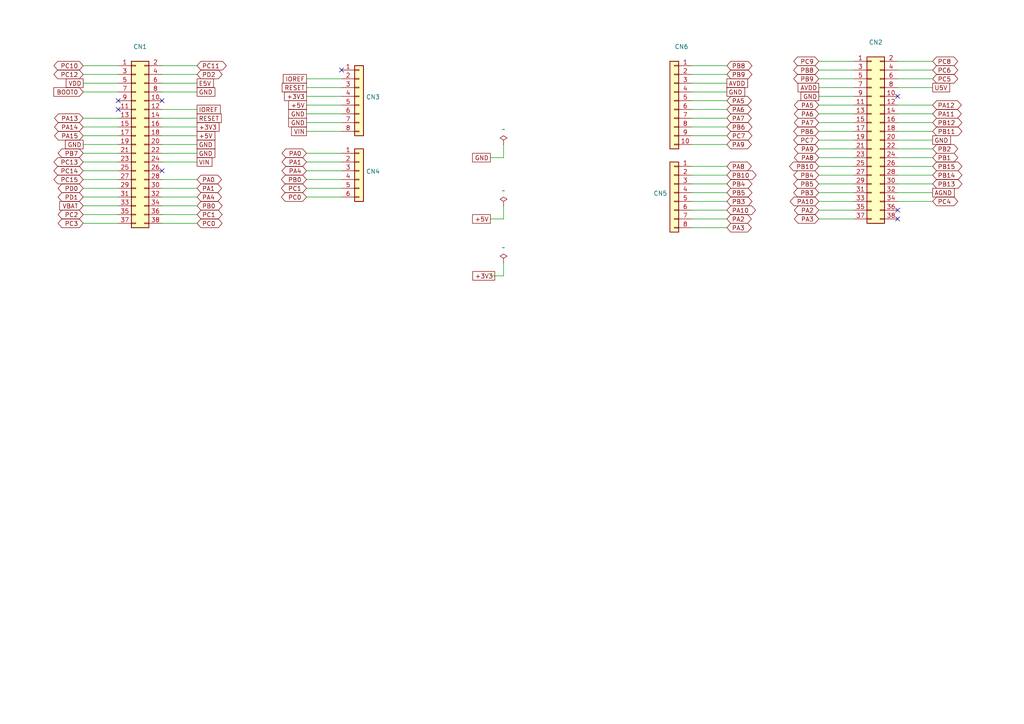
<source format=kicad_sch>
(kicad_sch (version 20211123) (generator eeschema)
  (paper "A4")
  (title_block (date "2020-11-25"))
  (lib_symbols
    (symbol "Connector_Generic:Conn_01x06" (pin_names (offset 1.016) hide)
      (property "Reference" "J" (at 0 7.62 0))
      (property "Value" "Conn_01x06" (at 0 -10.16 0))
      (symbol "Conn_01x06_1_1"
        (rectangle (start -1.27 -7.493) (end 0 -7.747) (stroke (width 0.1524)))
        (rectangle (start -1.27 -4.953) (end 0 -5.207) (stroke (width 0.1524)))
        (rectangle (start -1.27 -2.413) (end 0 -2.667) (stroke (width 0.1524)))
        (rectangle (start -1.27 0.127) (end 0 -0.127) (stroke (width 0.1524)))
        (rectangle (start -1.27 2.667) (end 0 2.413) (stroke (width 0.1524)))
        (rectangle (start -1.27 5.207) (end 0 4.953) (stroke (width 0.1524)))
        (rectangle (start -1.27 6.35) (end 1.27 -8.89) (stroke (width 0.254)) (fill (type background)))
        (pin passive line (at -5.08 5.08 0) (length 3.81) (name "Pin_1") (number "1"))
        (pin passive line (at -5.08 2.54 0) (length 3.81) (name "Pin_2") (number "2"))
        (pin passive line (at -5.08 0 0) (length 3.81) (name "Pin_3") (number "3"))
        (pin passive line (at -5.08 -2.54 0) (length 3.81) (name "Pin_4") (number "4"))
        (pin passive line (at -5.08 -5.08 0) (length 3.81) (name "Pin_5") (number "5"))
        (pin passive line (at -5.08 -7.62 0) (length 3.81) (name "Pin_6") (number "6"))
      )
    )
    (symbol "Connector_Generic:Conn_01x08" (pin_names (offset 1.016) hide)
      (property "Reference" "J" (at 0 10.16 0))
      (property "Value" "Conn_01x08" (at 0 -12.7 0))
      (symbol "Conn_01x08_1_1"
        (rectangle (start -1.27 -10.033) (end 0 -10.287) (stroke (width 0.1524)))
        (rectangle (start -1.27 -7.493) (end 0 -7.747) (stroke (width 0.1524)))
        (rectangle (start -1.27 -4.953) (end 0 -5.207) (stroke (width 0.1524)))
        (rectangle (start -1.27 -2.413) (end 0 -2.667) (stroke (width 0.1524)))
        (rectangle (start -1.27 0.127) (end 0 -0.127) (stroke (width 0.1524)))
        (rectangle (start -1.27 2.667) (end 0 2.413) (stroke (width 0.1524)))
        (rectangle (start -1.27 5.207) (end 0 4.953) (stroke (width 0.1524)))
        (rectangle (start -1.27 7.747) (end 0 7.493) (stroke (width 0.1524)))
        (rectangle (start -1.27 8.89) (end 1.27 -11.43) (stroke (width 0.254)) (fill (type background)))
        (pin passive line (at -5.08 7.62 0) (length 3.81) (name "Pin_1") (number "1"))
        (pin passive line (at -5.08 5.08 0) (length 3.81) (name "Pin_2") (number "2"))
        (pin passive line (at -5.08 2.54 0) (length 3.81) (name "Pin_3") (number "3"))
        (pin passive line (at -5.08 0 0) (length 3.81) (name "Pin_4") (number "4"))
        (pin passive line (at -5.08 -2.54 0) (length 3.81) (name "Pin_5") (number "5"))
        (pin passive line (at -5.08 -5.08 0) (length 3.81) (name "Pin_6") (number "6"))
        (pin passive line (at -5.08 -7.62 0) (length 3.81) (name "Pin_7") (number "7"))
        (pin passive line (at -5.08 -10.16 0) (length 3.81) (name "Pin_8") (number "8"))
      )
    )
    (symbol "Connector_Generic:Conn_01x10" (pin_names (offset 1.016) hide)
      (property "Reference" "J" (at 0 12.7 0))
      (property "Value" "Conn_01x10" (at 0 -15.24 0))
      (symbol "Conn_01x10_1_1"
        (rectangle (start -1.27 -12.573) (end 0 -12.827) (stroke (width 0.1524)))
        (rectangle (start -1.27 -10.033) (end 0 -10.287) (stroke (width 0.1524)))
        (rectangle (start -1.27 -7.493) (end 0 -7.747) (stroke (width 0.1524)))
        (rectangle (start -1.27 -4.953) (end 0 -5.207) (stroke (width 0.1524)))
        (rectangle (start -1.27 -2.413) (end 0 -2.667) (stroke (width 0.1524)))
        (rectangle (start -1.27 0.127) (end 0 -0.127) (stroke (width 0.1524)))
        (rectangle (start -1.27 2.667) (end 0 2.413) (stroke (width 0.1524)))
        (rectangle (start -1.27 5.207) (end 0 4.953) (stroke (width 0.1524)))
        (rectangle (start -1.27 7.747) (end 0 7.493) (stroke (width 0.1524)))
        (rectangle (start -1.27 10.287) (end 0 10.033) (stroke (width 0.1524)))
        (rectangle (start -1.27 11.43) (end 1.27 -13.97) (stroke (width 0.254)) (fill (type background)))
        (pin passive line (at -5.08 10.16 0) (length 3.81) (name "Pin_1") (number "1"))
        (pin passive line (at -5.08 -12.7 0) (length 3.81) (name "Pin_10") (number "10"))
        (pin passive line (at -5.08 7.62 0) (length 3.81) (name "Pin_2") (number "2"))
        (pin passive line (at -5.08 5.08 0) (length 3.81) (name "Pin_3") (number "3"))
        (pin passive line (at -5.08 2.54 0) (length 3.81) (name "Pin_4") (number "4"))
        (pin passive line (at -5.08 0 0) (length 3.81) (name "Pin_5") (number "5"))
        (pin passive line (at -5.08 -2.54 0) (length 3.81) (name "Pin_6") (number "6"))
        (pin passive line (at -5.08 -5.08 0) (length 3.81) (name "Pin_7") (number "7"))
        (pin passive line (at -5.08 -7.62 0) (length 3.81) (name "Pin_8") (number "8"))
        (pin passive line (at -5.08 -10.16 0) (length 3.81) (name "Pin_9") (number "9"))
      )
    )
    (symbol "Connector_Generic:Conn_02x19_Odd_Even" (pin_names (offset 1.016) hide)
      (property "Reference" "J" (at 1.27 25.4 0))
      (property "Value" "Conn_02x19_Odd_Even" (at 1.27 -25.4 0))
      (symbol "Conn_02x19_Odd_Even_1_1"
        (rectangle (start -1.27 -22.733) (end 0 -22.987) (stroke (width 0.1524)))
        (rectangle (start -1.27 -20.193) (end 0 -20.447) (stroke (width 0.1524)))
        (rectangle (start -1.27 -17.653) (end 0 -17.907) (stroke (width 0.1524)))
        (rectangle (start -1.27 -15.113) (end 0 -15.367) (stroke (width 0.1524)))
        (rectangle (start -1.27 -12.573) (end 0 -12.827) (stroke (width 0.1524)))
        (rectangle (start -1.27 -10.033) (end 0 -10.287) (stroke (width 0.1524)))
        (rectangle (start -1.27 -7.493) (end 0 -7.747) (stroke (width 0.1524)))
        (rectangle (start -1.27 -4.953) (end 0 -5.207) (stroke (width 0.1524)))
        (rectangle (start -1.27 -2.413) (end 0 -2.667) (stroke (width 0.1524)))
        (rectangle (start -1.27 0.127) (end 0 -0.127) (stroke (width 0.1524)))
        (rectangle (start -1.27 2.667) (end 0 2.413) (stroke (width 0.1524)))
        (rectangle (start -1.27 5.207) (end 0 4.953) (stroke (width 0.1524)))
        (rectangle (start -1.27 7.747) (end 0 7.493) (stroke (width 0.1524)))
        (rectangle (start -1.27 10.287) (end 0 10.033) (stroke (width 0.1524)))
        (rectangle (start -1.27 12.827) (end 0 12.573) (stroke (width 0.1524)))
        (rectangle (start -1.27 15.367) (end 0 15.113) (stroke (width 0.1524)))
        (rectangle (start -1.27 17.907) (end 0 17.653) (stroke (width 0.1524)))
        (rectangle (start -1.27 20.447) (end 0 20.193) (stroke (width 0.1524)))
        (rectangle (start -1.27 22.987) (end 0 22.733) (stroke (width 0.1524)))
        (rectangle (start -1.27 24.13) (end 3.81 -24.13) (stroke (width 0.254)) (fill (type background)))
        (rectangle (start 3.81 -22.733) (end 2.54 -22.987) (stroke (width 0.1524)))
        (rectangle (start 3.81 -20.193) (end 2.54 -20.447) (stroke (width 0.1524)))
        (rectangle (start 3.81 -17.653) (end 2.54 -17.907) (stroke (width 0.1524)))
        (rectangle (start 3.81 -15.113) (end 2.54 -15.367) (stroke (width 0.1524)))
        (rectangle (start 3.81 -12.573) (end 2.54 -12.827) (stroke (width 0.1524)))
        (rectangle (start 3.81 -10.033) (end 2.54 -10.287) (stroke (width 0.1524)))
        (rectangle (start 3.81 -7.493) (end 2.54 -7.747) (stroke (width 0.1524)))
        (rectangle (start 3.81 -4.953) (end 2.54 -5.207) (stroke (width 0.1524)))
        (rectangle (start 3.81 -2.413) (end 2.54 -2.667) (stroke (width 0.1524)))
        (rectangle (start 3.81 0.127) (end 2.54 -0.127) (stroke (width 0.1524)))
        (rectangle (start 3.81 2.667) (end 2.54 2.413) (stroke (width 0.1524)))
        (rectangle (start 3.81 5.207) (end 2.54 4.953) (stroke (width 0.1524)))
        (rectangle (start 3.81 7.747) (end 2.54 7.493) (stroke (width 0.1524)))
        (rectangle (start 3.81 10.287) (end 2.54 10.033) (stroke (width 0.1524)))
        (rectangle (start 3.81 12.827) (end 2.54 12.573) (stroke (width 0.1524)))
        (rectangle (start 3.81 15.367) (end 2.54 15.113) (stroke (width 0.1524)))
        (rectangle (start 3.81 17.907) (end 2.54 17.653) (stroke (width 0.1524)))
        (rectangle (start 3.81 20.447) (end 2.54 20.193) (stroke (width 0.1524)))
        (rectangle (start 3.81 22.987) (end 2.54 22.733) (stroke (width 0.1524)))
        (pin passive line (at -5.08 22.86 0) (length 3.81) (name "Pin_1") (number "1"))
        (pin passive line (at 7.62 12.7 180) (length 3.81) (name "Pin_10") (number "10"))
        (pin passive line (at -5.08 10.16 0) (length 3.81) (name "Pin_11") (number "11"))
        (pin passive line (at 7.62 10.16 180) (length 3.81) (name "Pin_12") (number "12"))
        (pin passive line (at -5.08 7.62 0) (length 3.81) (name "Pin_13") (number "13"))
        (pin passive line (at 7.62 7.62 180) (length 3.81) (name "Pin_14") (number "14"))
        (pin passive line (at -5.08 5.08 0) (length 3.81) (name "Pin_15") (number "15"))
        (pin passive line (at 7.62 5.08 180) (length 3.81) (name "Pin_16") (number "16"))
        (pin passive line (at -5.08 2.54 0) (length 3.81) (name "Pin_17") (number "17"))
        (pin passive line (at 7.62 2.54 180) (length 3.81) (name "Pin_18") (number "18"))
        (pin passive line (at -5.08 0 0) (length 3.81) (name "Pin_19") (number "19"))
        (pin passive line (at 7.62 22.86 180) (length 3.81) (name "Pin_2") (number "2"))
        (pin passive line (at 7.62 0 180) (length 3.81) (name "Pin_20") (number "20"))
        (pin passive line (at -5.08 -2.54 0) (length 3.81) (name "Pin_21") (number "21"))
        (pin passive line (at 7.62 -2.54 180) (length 3.81) (name "Pin_22") (number "22"))
        (pin passive line (at -5.08 -5.08 0) (length 3.81) (name "Pin_23") (number "23"))
        (pin passive line (at 7.62 -5.08 180) (length 3.81) (name "Pin_24") (number "24"))
        (pin passive line (at -5.08 -7.62 0) (length 3.81) (name "Pin_25") (number "25"))
        (pin passive line (at 7.62 -7.62 180) (length 3.81) (name "Pin_26") (number "26"))
        (pin passive line (at -5.08 -10.16 0) (length 3.81) (name "Pin_27") (number "27"))
        (pin passive line (at 7.62 -10.16 180) (length 3.81) (name "Pin_28") (number "28"))
        (pin passive line (at -5.08 -12.7 0) (length 3.81) (name "Pin_29") (number "29"))
        (pin passive line (at -5.08 20.32 0) (length 3.81) (name "Pin_3") (number "3"))
        (pin passive line (at 7.62 -12.7 180) (length 3.81) (name "Pin_30") (number "30"))
        (pin passive line (at -5.08 -15.24 0) (length 3.81) (name "Pin_31") (number "31"))
        (pin passive line (at 7.62 -15.24 180) (length 3.81) (name "Pin_32") (number "32"))
        (pin passive line (at -5.08 -17.78 0) (length 3.81) (name "Pin_33") (number "33"))
        (pin passive line (at 7.62 -17.78 180) (length 3.81) (name "Pin_34") (number "34"))
        (pin passive line (at -5.08 -20.32 0) (length 3.81) (name "Pin_35") (number "35"))
        (pin passive line (at 7.62 -20.32 180) (length 3.81) (name "Pin_36") (number "36"))
        (pin passive line (at -5.08 -22.86 0) (length 3.81) (name "Pin_37") (number "37"))
        (pin passive line (at 7.62 -22.86 180) (length 3.81) (name "Pin_38") (number "38"))
        (pin passive line (at 7.62 20.32 180) (length 3.81) (name "Pin_4") (number "4"))
        (pin passive line (at -5.08 17.78 0) (length 3.81) (name "Pin_5") (number "5"))
        (pin passive line (at 7.62 17.78 180) (length 3.81) (name "Pin_6") (number "6"))
        (pin passive line (at -5.08 15.24 0) (length 3.81) (name "Pin_7") (number "7"))
        (pin passive line (at 7.62 15.24 180) (length 3.81) (name "Pin_8") (number "8"))
        (pin passive line (at -5.08 12.7 0) (length 3.81) (name "Pin_9") (number "9"))
      )
    )
    (symbol "power:PWR_FLAG" (power) (pin_numbers hide) (pin_names (offset 0) hide)
      (property "Value" "PWR_FLAG" (at 0 3.81 0))
      (symbol "PWR_FLAG_0_0"
        (pin power_out line (at 0 0 90) (length 0) (name "pwr") (number "1"))
      )
      (symbol "PWR_FLAG_0_1"
        (polyline (pts (xy 0 0) (xy 0 1.27) (xy -1.016 1.905) (xy 0 2.54) (xy 1.016 1.905) (xy 0 1.27)))
      )
    )
  )
  (no_connect (at 34.29 31.75))
  (no_connect (at 46.99 29.21))
  (no_connect (at 260.35 27.94))
  (no_connect (at 260.35 60.96))
  (no_connect (at 46.99 49.53))
  (no_connect (at 99.06 20.32))
  (no_connect (at 260.35 63.5))
  (no_connect (at 34.29 29.21))
  (wire (pts (xy 237.49 40.64) (xy 247.65 40.64)))
  (wire (pts (xy 237.49 60.96) (xy 247.65 60.96)))
  (wire (pts (xy 200.66 60.96) (xy 210.82 60.96)))
  (wire (pts (xy 88.9 54.61) (xy 99.06 54.61)))
  (wire (pts (xy 200.66 19.05) (xy 210.82 19.05)))
  (wire (pts (xy 88.9 35.56) (xy 99.06 35.56)))
  (wire (pts (xy 260.35 53.34) (xy 270.51 53.34)))
  (wire (pts (xy 88.9 46.99) (xy 99.06 46.99)))
  (wire (pts (xy 88.9 30.48) (xy 99.06 30.48)))
  (wire (pts (xy 24.13 64.77) (xy 34.29 64.77)))
  (wire (pts (xy 260.35 22.86) (xy 270.51 22.86)))
  (wire (pts (xy 88.9 38.1) (xy 99.06 38.1)))
  (wire (pts (xy 200.66 48.26) (xy 210.82 48.26)))
  (wire (pts (xy 24.13 44.45) (xy 34.29 44.45)))
  (wire (pts (xy 200.66 36.83) (xy 210.82 36.83)))
  (wire (pts (xy 24.13 21.59) (xy 34.29 21.59)))
  (wire (pts (xy 24.13 59.69) (xy 34.29 59.69)))
  (wire (pts (xy 200.66 21.59) (xy 210.82 21.59)))
  (wire (pts (xy 260.35 45.72) (xy 270.51 45.72)))
  (wire (pts (xy 24.13 41.91) (xy 34.29 41.91)))
  (wire (pts (xy 46.99 44.45) (xy 57.15 44.45)))
  (wire (pts (xy 237.49 27.94) (xy 247.65 27.94)))
  (wire (pts (xy 46.99 46.99) (xy 57.15 46.99)))
  (wire (pts (xy 260.35 38.1) (xy 270.51 38.1)))
  (wire (pts (xy 146.05 80.01) (xy 146.05 76.2)))
  (wire (pts (xy 46.99 57.15) (xy 57.15 57.15)))
  (wire (pts (xy 24.13 24.13) (xy 34.29 24.13)))
  (wire (pts (xy 200.66 55.88) (xy 210.82 55.88)))
  (wire (pts (xy 260.35 43.18) (xy 270.51 43.18)))
  (wire (pts (xy 88.9 49.53) (xy 99.06 49.53)))
  (wire (pts (xy 260.35 50.8) (xy 270.51 50.8)))
  (wire (pts (xy 88.9 27.94) (xy 99.06 27.94)))
  (wire (pts (xy 146.05 45.72) (xy 146.05 41.91)))
  (wire (pts (xy 260.35 30.48) (xy 270.51 30.48)))
  (wire (pts (xy 200.66 63.5) (xy 210.82 63.5)))
  (wire (pts (xy 24.13 36.83) (xy 34.29 36.83)))
  (wire (pts (xy 237.49 63.5) (xy 247.65 63.5)))
  (wire (pts (xy 88.9 33.02) (xy 99.06 33.02)))
  (wire (pts (xy 24.13 49.53) (xy 34.29 49.53)))
  (wire (pts (xy 24.13 57.15) (xy 34.29 57.15)))
  (wire (pts (xy 46.99 34.29) (xy 57.15 34.29)))
  (wire (pts (xy 237.49 20.32) (xy 247.65 20.32)))
  (wire (pts (xy 260.35 35.56) (xy 270.51 35.56)))
  (wire (pts (xy 24.13 34.29) (xy 34.29 34.29)))
  (wire (pts (xy 200.66 53.34) (xy 210.82 53.34)))
  (wire (pts (xy 46.99 64.77) (xy 57.15 64.77)))
  (wire (pts (xy 260.35 17.78) (xy 270.51 17.78)))
  (wire (pts (xy 237.49 43.18) (xy 247.65 43.18)))
  (wire (pts (xy 260.35 48.26) (xy 270.51 48.26)))
  (wire (pts (xy 46.99 24.13) (xy 57.15 24.13)))
  (wire (pts (xy 200.66 29.21) (xy 210.82 29.21)))
  (wire (pts (xy 260.35 33.02) (xy 270.51 33.02)))
  (wire (pts (xy 237.49 33.02) (xy 247.65 33.02)))
  (wire (pts (xy 200.66 58.42) (xy 210.82 58.42)))
  (wire (pts (xy 142.24 80.01) (xy 146.05 80.01)))
  (wire (pts (xy 260.35 20.32) (xy 270.51 20.32)))
  (wire (pts (xy 46.99 52.07) (xy 57.15 52.07)))
  (wire (pts (xy 88.9 25.4) (xy 99.06 25.4)))
  (wire (pts (xy 46.99 21.59) (xy 57.15 21.59)))
  (wire (pts (xy 260.35 40.64) (xy 270.51 40.64)))
  (wire (pts (xy 200.66 26.67) (xy 210.82 26.67)))
  (wire (pts (xy 200.66 34.29) (xy 210.82 34.29)))
  (wire (pts (xy 237.49 22.86) (xy 247.65 22.86)))
  (wire (pts (xy 24.13 54.61) (xy 34.29 54.61)))
  (wire (pts (xy 46.99 31.75) (xy 57.15 31.75)))
  (wire (pts (xy 88.9 52.07) (xy 99.06 52.07)))
  (wire (pts (xy 146.05 63.5) (xy 146.05 59.69)))
  (wire (pts (xy 46.99 54.61) (xy 57.15 54.61)))
  (wire (pts (xy 46.99 62.23) (xy 57.15 62.23)))
  (wire (pts (xy 260.35 55.88) (xy 270.51 55.88)))
  (wire (pts (xy 46.99 19.05) (xy 57.15 19.05)))
  (wire (pts (xy 46.99 39.37) (xy 57.15 39.37)))
  (wire (pts (xy 24.13 19.05) (xy 34.29 19.05)))
  (wire (pts (xy 237.49 48.26) (xy 247.65 48.26)))
  (wire (pts (xy 237.49 30.48) (xy 247.65 30.48)))
  (wire (pts (xy 46.99 26.67) (xy 57.15 26.67)))
  (wire (pts (xy 142.24 45.72) (xy 146.05 45.72)))
  (wire (pts (xy 46.99 59.69) (xy 57.15 59.69)))
  (wire (pts (xy 237.49 55.88) (xy 247.65 55.88)))
  (wire (pts (xy 237.49 35.56) (xy 247.65 35.56)))
  (wire (pts (xy 88.9 57.15) (xy 99.06 57.15)))
  (wire (pts (xy 46.99 36.83) (xy 57.15 36.83)))
  (wire (pts (xy 24.13 62.23) (xy 34.29 62.23)))
  (wire (pts (xy 237.49 25.4) (xy 247.65 25.4)))
  (wire (pts (xy 88.9 44.45) (xy 99.06 44.45)))
  (wire (pts (xy 200.66 39.37) (xy 210.82 39.37)))
  (wire (pts (xy 237.49 50.8) (xy 247.65 50.8)))
  (wire (pts (xy 260.35 25.4) (xy 270.51 25.4)))
  (wire (pts (xy 24.13 46.99) (xy 34.29 46.99)))
  (wire (pts (xy 200.66 66.04) (xy 210.82 66.04)))
  (wire (pts (xy 237.49 38.1) (xy 247.65 38.1)))
  (wire (pts (xy 237.49 45.72) (xy 247.65 45.72)))
  (wire (pts (xy 142.24 63.5) (xy 146.05 63.5)))
  (wire (pts (xy 237.49 58.42) (xy 247.65 58.42)))
  (wire (pts (xy 237.49 53.34) (xy 247.65 53.34)))
  (wire (pts (xy 88.9 22.86) (xy 99.06 22.86)))
  (wire (pts (xy 24.13 26.67) (xy 34.29 26.67)))
  (wire (pts (xy 200.66 50.8) (xy 210.82 50.8)))
  (wire (pts (xy 200.66 31.75) (xy 210.82 31.75)))
  (wire (pts (xy 200.66 24.13) (xy 210.82 24.13)))
  (wire (pts (xy 200.66 41.91) (xy 210.82 41.91)))
  (wire (pts (xy 24.13 52.07) (xy 34.29 52.07)))
  (wire (pts (xy 24.13 39.37) (xy 34.29 39.37)))
  (wire (pts (xy 237.49 17.78) (xy 247.65 17.78)))
  (wire (pts (xy 46.99 41.91) (xy 57.15 41.91)))
  (wire (pts (xy 260.35 58.42) (xy 270.51 58.42)))
  (global_label "PC14" (shape bidirectional) (at 24.13 49.53 180) (property "Intersheet References" "${INTERSHEET_REFS}" (effects hide)))
  (global_label "PB1" (shape bidirectional) (at 270.51 45.72 0) (property "Intersheet References" "${INTERSHEET_REFS}" (effects hide)))
  (global_label "PA5" (shape bidirectional) (at 210.82 29.21 0) (property "Intersheet References" "${INTERSHEET_REFS}" (effects hide)))
  (global_label "PA0" (shape bidirectional) (at 88.9 44.45 180) (property "Intersheet References" "${INTERSHEET_REFS}" (effects hide)))
  (global_label "RESET" (shape passive) (at 57.15 34.29 0) (property "Intersheet References" "${INTERSHEET_REFS}" (effects hide)))
  (global_label "PA0" (shape bidirectional) (at 57.15 52.07 0) (property "Intersheet References" "${INTERSHEET_REFS}" (effects hide)))
  (global_label "PA4" (shape bidirectional) (at 88.9 49.53 180) (property "Intersheet References" "${INTERSHEET_REFS}" (effects hide)))
  (global_label "PA10" (shape bidirectional) (at 237.49 58.42 180) (property "Intersheet References" "${INTERSHEET_REFS}" (effects hide)))
  (global_label "GND" (shape passive) (at 142.24 45.72 180) (property "Intersheet References" "${INTERSHEET_REFS}" (effects hide)))
  (global_label "+5V" (shape passive) (at 142.24 63.5 180) (property "Intersheet References" "${INTERSHEET_REFS}" (effects hide)))
  (global_label "PA11" (shape bidirectional) (at 270.51 33.02 0) (property "Intersheet References" "${INTERSHEET_REFS}" (effects hide)))
  (global_label "PC9" (shape bidirectional) (at 237.49 17.78 180) (property "Intersheet References" "${INTERSHEET_REFS}" (effects hide)))
  (global_label "PB5" (shape bidirectional) (at 210.82 55.88 0) (property "Intersheet References" "${INTERSHEET_REFS}" (effects hide)))
  (global_label "PB0" (shape bidirectional) (at 57.15 59.69 0) (property "Intersheet References" "${INTERSHEET_REFS}" (effects hide)))
  (global_label "PA3" (shape bidirectional) (at 237.49 63.5 180) (property "Intersheet References" "${INTERSHEET_REFS}" (effects hide)))
  (global_label "PC10" (shape bidirectional) (at 24.13 19.05 180) (property "Intersheet References" "${INTERSHEET_REFS}" (effects hide)))
  (global_label "PA2" (shape bidirectional) (at 237.49 60.96 180) (property "Intersheet References" "${INTERSHEET_REFS}" (effects hide)))
  (global_label "PC13" (shape bidirectional) (at 24.13 46.99 180) (property "Intersheet References" "${INTERSHEET_REFS}" (effects hide)))
  (global_label "PC1" (shape bidirectional) (at 88.9 54.61 180) (property "Intersheet References" "${INTERSHEET_REFS}" (effects hide)))
  (global_label "AVDD" (shape passive) (at 237.49 25.4 180) (property "Intersheet References" "${INTERSHEET_REFS}" (effects hide)))
  (global_label "GND" (shape passive) (at 270.51 40.64 0) (property "Intersheet References" "${INTERSHEET_REFS}" (effects hide)))
  (global_label "PB9" (shape bidirectional) (at 210.82 21.59 0) (property "Intersheet References" "${INTERSHEET_REFS}" (effects hide)))
  (global_label "GND" (shape passive) (at 57.15 26.67 0) (property "Intersheet References" "${INTERSHEET_REFS}" (effects hide)))
  (global_label "PB14" (shape bidirectional) (at 270.51 50.8 0) (property "Intersheet References" "${INTERSHEET_REFS}" (effects hide)))
  (global_label "PB0" (shape bidirectional) (at 88.9 52.07 180) (property "Intersheet References" "${INTERSHEET_REFS}" (effects hide)))
  (global_label "PB2" (shape bidirectional) (at 270.51 43.18 0) (property "Intersheet References" "${INTERSHEET_REFS}" (effects hide)))
  (global_label "VIN" (shape passive) (at 88.9 38.1 180) (property "Intersheet References" "${INTERSHEET_REFS}" (effects hide)))
  (global_label "GND" (shape passive) (at 57.15 41.91 0) (property "Intersheet References" "${INTERSHEET_REFS}" (effects hide)))
  (global_label "PA13" (shape bidirectional) (at 24.13 34.29 180) (property "Intersheet References" "${INTERSHEET_REFS}" (effects hide)))
  (global_label "AVDD" (shape passive) (at 210.82 24.13 0) (property "Intersheet References" "${INTERSHEET_REFS}" (effects hide)))
  (global_label "GND" (shape passive) (at 210.82 26.67 0) (property "Intersheet References" "${INTERSHEET_REFS}" (effects hide)))
  (global_label "PC4" (shape bidirectional) (at 270.51 58.42 0) (property "Intersheet References" "${INTERSHEET_REFS}" (effects hide)))
  (global_label "PA8" (shape bidirectional) (at 237.49 45.72 180) (property "Intersheet References" "${INTERSHEET_REFS}" (effects hide)))
  (global_label "PB8" (shape bidirectional) (at 210.82 19.05 0) (property "Intersheet References" "${INTERSHEET_REFS}" (effects hide)))
  (global_label "VIN" (shape passive) (at 57.15 46.99 0) (property "Intersheet References" "${INTERSHEET_REFS}" (effects hide)))
  (global_label "PC0" (shape bidirectional) (at 57.15 64.77 0) (property "Intersheet References" "${INTERSHEET_REFS}" (effects hide)))
  (global_label "PB9" (shape bidirectional) (at 237.49 22.86 180) (property "Intersheet References" "${INTERSHEET_REFS}" (effects hide)))
  (global_label "PC11" (shape bidirectional) (at 57.15 19.05 0) (property "Intersheet References" "${INTERSHEET_REFS}" (effects hide)))
  (global_label "GND" (shape passive) (at 57.15 44.45 0) (property "Intersheet References" "${INTERSHEET_REFS}" (effects hide)))
  (global_label "PC8" (shape bidirectional) (at 270.51 17.78 0) (property "Intersheet References" "${INTERSHEET_REFS}" (effects hide)))
  (global_label "VDD" (shape passive) (at 24.13 24.13 180) (property "Intersheet References" "${INTERSHEET_REFS}" (effects hide)))
  (global_label "PA15" (shape bidirectional) (at 24.13 39.37 180) (property "Intersheet References" "${INTERSHEET_REFS}" (effects hide)))
  (global_label "PA6" (shape bidirectional) (at 237.49 33.02 180) (property "Intersheet References" "${INTERSHEET_REFS}" (effects hide)))
  (global_label "PB10" (shape bidirectional) (at 237.49 48.26 180) (property "Intersheet References" "${INTERSHEET_REFS}" (effects hide)))
  (global_label "+5V" (shape passive) (at 88.9 30.48 180) (property "Intersheet References" "${INTERSHEET_REFS}" (effects hide)))
  (global_label "PA7" (shape bidirectional) (at 210.82 34.29 0) (property "Intersheet References" "${INTERSHEET_REFS}" (effects hide)))
  (global_label "PC7" (shape bidirectional) (at 237.49 40.64 180) (property "Intersheet References" "${INTERSHEET_REFS}" (effects hide)))
  (global_label "PC0" (shape bidirectional) (at 88.9 57.15 180) (property "Intersheet References" "${INTERSHEET_REFS}" (effects hide)))
  (global_label "PB3" (shape bidirectional) (at 210.82 58.42 0) (property "Intersheet References" "${INTERSHEET_REFS}" (effects hide)))
  (global_label "GND" (shape passive) (at 237.49 27.94 180) (property "Intersheet References" "${INTERSHEET_REFS}" (effects hide)))
  (global_label "GND" (shape passive) (at 24.13 41.91 180) (property "Intersheet References" "${INTERSHEET_REFS}" (effects hide)))
  (global_label "+3V3" (shape passive) (at 143.51 80.01 180) (property "Intersheet References" "${INTERSHEET_REFS}" (effects hide)))
  (global_label "PA1" (shape bidirectional) (at 57.15 54.61 0) (property "Intersheet References" "${INTERSHEET_REFS}" (effects hide)))
  (global_label "PB10" (shape bidirectional) (at 210.82 50.8 0) (property "Intersheet References" "${INTERSHEET_REFS}" (effects hide)))
  (global_label "PC1" (shape bidirectional) (at 57.15 62.23 0) (property "Intersheet References" "${INTERSHEET_REFS}" (effects hide)))
  (global_label "PA9" (shape bidirectional) (at 237.49 43.18 180) (property "Intersheet References" "${INTERSHEET_REFS}" (effects hide)))
  (global_label "BOOT0" (shape input) (at 24.13 26.67 180) (property "Intersheet References" "${INTERSHEET_REFS}" (effects hide)))
  (global_label "PD2" (shape bidirectional) (at 57.15 21.59 0) (property "Intersheet References" "${INTERSHEET_REFS}" (effects hide)))
  (global_label "GND" (shape passive) (at 88.9 33.02 180) (property "Intersheet References" "${INTERSHEET_REFS}" (effects hide)))
  (global_label "PA7" (shape bidirectional) (at 237.49 35.56 180) (property "Intersheet References" "${INTERSHEET_REFS}" (effects hide)))
  (global_label "PB15" (shape bidirectional) (at 270.51 48.26 0) (property "Intersheet References" "${INTERSHEET_REFS}" (effects hide)))
  (global_label "PC12" (shape bidirectional) (at 24.13 21.59 180) (property "Intersheet References" "${INTERSHEET_REFS}" (effects hide)))
  (global_label "+5V" (shape passive) (at 57.15 39.37 0) (property "Intersheet References" "${INTERSHEET_REFS}" (effects hide)))
  (global_label "PC5" (shape bidirectional) (at 270.51 22.86 0) (property "Intersheet References" "${INTERSHEET_REFS}" (effects hide)))
  (global_label "PB7" (shape bidirectional) (at 24.13 44.45 180) (property "Intersheet References" "${INTERSHEET_REFS}" (effects hide)))
  (global_label "PA6" (shape bidirectional) (at 210.82 31.75 0) (property "Intersheet References" "${INTERSHEET_REFS}" (effects hide)))
  (global_label "IOREF" (shape passive) (at 57.15 31.75 0) (property "Intersheet References" "${INTERSHEET_REFS}" (effects hide)))
  (global_label "PA8" (shape bidirectional) (at 210.82 48.26 0) (property "Intersheet References" "${INTERSHEET_REFS}" (effects hide)))
  (global_label "PB5" (shape bidirectional) (at 237.49 53.34 180) (property "Intersheet References" "${INTERSHEET_REFS}" (effects hide)))
  (global_label "PB13" (shape bidirectional) (at 270.51 53.34 0) (property "Intersheet References" "${INTERSHEET_REFS}" (effects hide)))
  (global_label "+3V3" (shape passive) (at 88.9 27.94 180) (property "Intersheet References" "${INTERSHEET_REFS}" (effects hide)))
  (global_label "PA12" (shape bidirectional) (at 270.51 30.48 0) (property "Intersheet References" "${INTERSHEET_REFS}" (effects hide)))
  (global_label "PA3" (shape bidirectional) (at 210.82 66.04 0) (property "Intersheet References" "${INTERSHEET_REFS}" (effects hide)))
  (global_label "RESET" (shape passive) (at 88.9 25.4 180) (property "Intersheet References" "${INTERSHEET_REFS}" (effects hide)))
  (global_label "IOREF" (shape passive) (at 88.9 22.86 180) (property "Intersheet References" "${INTERSHEET_REFS}" (effects hide)))
  (global_label "PB6" (shape bidirectional) (at 210.82 36.83 0) (property "Intersheet References" "${INTERSHEET_REFS}" (effects hide)))
  (global_label "PC2" (shape bidirectional) (at 24.13 62.23 180) (property "Intersheet References" "${INTERSHEET_REFS}" (effects hide)))
  (global_label "PB12" (shape bidirectional) (at 270.51 35.56 0) (property "Intersheet References" "${INTERSHEET_REFS}" (effects hide)))
  (global_label "PA4" (shape bidirectional) (at 57.15 57.15 0) (property "Intersheet References" "${INTERSHEET_REFS}" (effects hide)))
  (global_label "PC15" (shape bidirectional) (at 24.13 52.07 180) (property "Intersheet References" "${INTERSHEET_REFS}" (effects hide)))
  (global_label "PC7" (shape bidirectional) (at 210.82 39.37 0) (property "Intersheet References" "${INTERSHEET_REFS}" (effects hide)))
  (global_label "PB3" (shape bidirectional) (at 237.49 55.88 180) (property "Intersheet References" "${INTERSHEET_REFS}" (effects hide)))
  (global_label "PA14" (shape bidirectional) (at 24.13 36.83 180) (property "Intersheet References" "${INTERSHEET_REFS}" (effects hide)))
  (global_label "PB4" (shape bidirectional) (at 237.49 50.8 180) (property "Intersheet References" "${INTERSHEET_REFS}" (effects hide)))
  (global_label "VBAT" (shape input) (at 24.13 59.69 180) (property "Intersheet References" "${INTERSHEET_REFS}" (effects hide)))
  (global_label "+3V3" (shape passive) (at 57.15 36.83 0) (property "Intersheet References" "${INTERSHEET_REFS}" (effects hide)))
  (global_label "PB11" (shape bidirectional) (at 270.51 38.1 0) (property "Intersheet References" "${INTERSHEET_REFS}" (effects hide)))
  (global_label "U5V" (shape passive) (at 270.51 25.4 0) (property "Intersheet References" "${INTERSHEET_REFS}" (effects hide)))
  (global_label "PB8" (shape bidirectional) (at 237.49 20.32 180) (property "Intersheet References" "${INTERSHEET_REFS}" (effects hide)))
  (global_label "PA9" (shape bidirectional) (at 210.82 41.91 0) (property "Intersheet References" "${INTERSHEET_REFS}" (effects hide)))
  (global_label "PA2" (shape bidirectional) (at 210.82 63.5 0) (property "Intersheet References" "${INTERSHEET_REFS}" (effects hide)))
  (global_label "PC3" (shape bidirectional) (at 24.13 64.77 180) (property "Intersheet References" "${INTERSHEET_REFS}" (effects hide)))
  (global_label "PB4" (shape bidirectional) (at 210.82 53.34 0) (property "Intersheet References" "${INTERSHEET_REFS}" (effects hide)))
  (global_label "GND" (shape passive) (at 88.9 35.56 180) (property "Intersheet References" "${INTERSHEET_REFS}" (effects hide)))
  (global_label "PD0" (shape bidirectional) (at 24.13 54.61 180) (property "Intersheet References" "${INTERSHEET_REFS}" (effects hide)))
  (global_label "E5V" (shape passive) (at 57.15 24.13 0) (property "Intersheet References" "${INTERSHEET_REFS}" (effects hide)))
  (global_label "AGND" (shape passive) (at 270.51 55.88 0) (property "Intersheet References" "${INTERSHEET_REFS}" (effects hide)))
  (global_label "PA5" (shape bidirectional) (at 237.49 30.48 180) (property "Intersheet References" "${INTERSHEET_REFS}" (effects hide)))
  (global_label "PC6" (shape bidirectional) (at 270.51 20.32 0) (property "Intersheet References" "${INTERSHEET_REFS}" (effects hide)))
  (global_label "PA1" (shape bidirectional) (at 88.9 46.99 180) (property "Intersheet References" "${INTERSHEET_REFS}" (effects hide)))
  (global_label "PB6" (shape bidirectional) (at 237.49 38.1 180) (property "Intersheet References" "${INTERSHEET_REFS}" (effects hide)))
  (global_label "PD1" (shape bidirectional) (at 24.13 57.15 180) (property "Intersheet References" "${INTERSHEET_REFS}" (effects hide)))
  (global_label "PA10" (shape bidirectional) (at 210.82 60.96 0) (property "Intersheet References" "${INTERSHEET_REFS}" (effects hide)))
  (symbol (lib_id "Connector_Generic:Conn_02x19_Odd_Even") (at 39.37 41.91 0) (unit 1)
    (property "Reference" "CN1" (at 40.64 13.5382 0))
  )
  (symbol (lib_id "Connector_Generic:Conn_02x19_Odd_Even") (at 252.73 40.64 0) (unit 1)
    (property "Reference" "CN2" (at 254 12.2682 0))
  )
  (symbol (lib_id "Connector_Generic:Conn_01x08") (at 104.14 27.94 0) (unit 1)
    (property "Reference" "CN3" (at 106.172 28.1432 0) (effects (justify left)))
  )
  (symbol (lib_id "Connector_Generic:Conn_01x06") (at 104.14 49.53 0) (unit 1)
    (property "Reference" "CN4" (at 106.172 49.7332 0) (effects (justify left)))
  )
  (symbol (lib_id "Connector_Generic:Conn_01x10") (at 195.58 29.21 0) (mirror y) (unit 1)
    (property "Reference" "CN6" (at 197.6628 13.5382 0))
  )
  (symbol (lib_id "Connector_Generic:Conn_01x08") (at 195.58 55.88 0) (mirror y) (unit 1)
    (property "Reference" "CN5" (at 193.548 56.0832 0) (effects (justify left)))
  )
  (symbol (lib_id "power:PWR_FLAG") (at 146.05 59.69 0) (unit 1)
    (property "Reference" "#FLG0101" (effects hide))
  )
  (symbol (lib_id "power:PWR_FLAG") (at 146.05 41.91 0) (unit 1)
    (property "Reference" "#FLG0102" (effects hide))
  )
  (symbol (lib_id "power:PWR_FLAG") (at 146.05 76.2 0) (unit 1)
    (property "Reference" "#FLG0103" (effects hide))
  )
)
</source>
